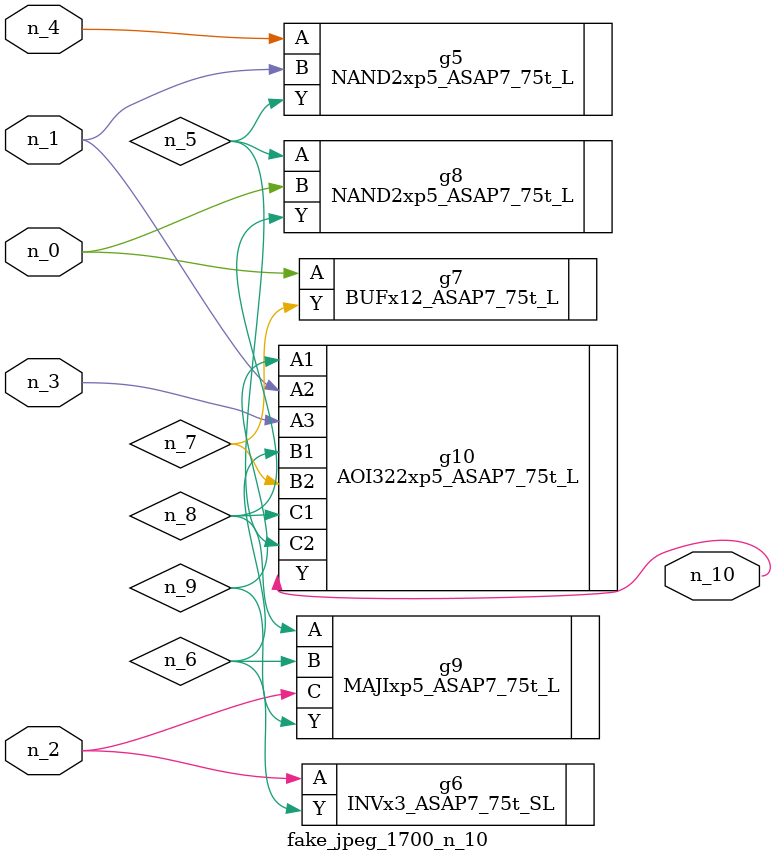
<source format=v>
module fake_jpeg_1700_n_10 (n_3, n_2, n_1, n_0, n_4, n_10);

input n_3;
input n_2;
input n_1;
input n_0;
input n_4;

output n_10;

wire n_8;
wire n_9;
wire n_6;
wire n_5;
wire n_7;

NAND2xp5_ASAP7_75t_L g5 ( 
.A(n_4),
.B(n_1),
.Y(n_5)
);

INVx3_ASAP7_75t_SL g6 ( 
.A(n_2),
.Y(n_6)
);

BUFx12_ASAP7_75t_L g7 ( 
.A(n_0),
.Y(n_7)
);

NAND2xp5_ASAP7_75t_L g8 ( 
.A(n_5),
.B(n_0),
.Y(n_8)
);

MAJIxp5_ASAP7_75t_L g9 ( 
.A(n_8),
.B(n_6),
.C(n_2),
.Y(n_9)
);

AOI322xp5_ASAP7_75t_L g10 ( 
.A1(n_9),
.A2(n_1),
.A3(n_3),
.B1(n_6),
.B2(n_7),
.C1(n_8),
.C2(n_5),
.Y(n_10)
);


endmodule
</source>
